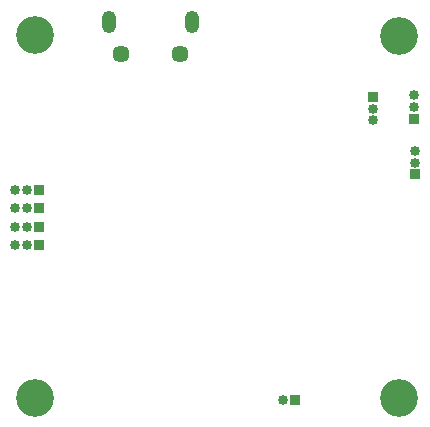
<source format=gbr>
%TF.GenerationSoftware,KiCad,Pcbnew,(6.0.5)*%
%TF.CreationDate,2022-07-23T17:35:02+02:00*%
%TF.ProjectId,DroneHardware,44726f6e-6548-4617-9264-776172652e6b,rev?*%
%TF.SameCoordinates,Original*%
%TF.FileFunction,Soldermask,Bot*%
%TF.FilePolarity,Negative*%
%FSLAX46Y46*%
G04 Gerber Fmt 4.6, Leading zero omitted, Abs format (unit mm)*
G04 Created by KiCad (PCBNEW (6.0.5)) date 2022-07-23 17:35:02*
%MOMM*%
%LPD*%
G01*
G04 APERTURE LIST*
%ADD10R,0.850000X0.850000*%
%ADD11O,0.850000X0.850000*%
%ADD12O,1.200000X1.900000*%
%ADD13C,1.450000*%
%ADD14C,3.200000*%
G04 APERTURE END LIST*
D10*
%TO.C,J208*%
X130890000Y-103460000D03*
D11*
X129890000Y-103460000D03*
X128890000Y-103460000D03*
%TD*%
D10*
%TO.C,J210*%
X162620000Y-92810000D03*
D11*
X162620000Y-91810000D03*
X162620000Y-90810000D03*
%TD*%
D10*
%TO.C,J202*%
X152600000Y-116620000D03*
D11*
X151600000Y-116620000D03*
%TD*%
D12*
%TO.C,J201*%
X143860000Y-84562500D03*
D13*
X137860000Y-87262500D03*
X142860000Y-87262500D03*
D12*
X136860000Y-84562500D03*
%TD*%
D10*
%TO.C,J207*%
X130890000Y-101920000D03*
D11*
X129890000Y-101920000D03*
X128890000Y-101920000D03*
%TD*%
D10*
%TO.C,J209*%
X162720000Y-97490000D03*
D11*
X162720000Y-96490000D03*
X162720000Y-95490000D03*
%TD*%
D14*
%TO.C,H201*%
X161380000Y-116420000D03*
%TD*%
D10*
%TO.C,J206*%
X130890000Y-100370000D03*
D11*
X129890000Y-100370000D03*
X128890000Y-100370000D03*
%TD*%
D14*
%TO.C,H203*%
X161390000Y-85770000D03*
%TD*%
%TO.C,H204*%
X130590000Y-85690000D03*
%TD*%
D10*
%TO.C,J211*%
X159220000Y-90920000D03*
D11*
X159220000Y-91920000D03*
X159220000Y-92920000D03*
%TD*%
D14*
%TO.C,H202*%
X130570000Y-116420000D03*
%TD*%
D10*
%TO.C,J205*%
X130890000Y-98830000D03*
D11*
X129890000Y-98830000D03*
X128890000Y-98830000D03*
%TD*%
M02*

</source>
